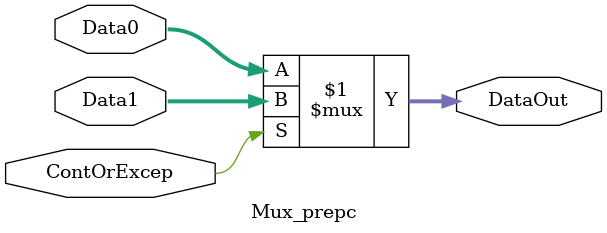
<source format=v>
module Mux_prepc (
    input wire ContOrExcep,
    input wire[31:0] Data0,
    input wire[31:0] Data1,
    output wire[31:0] DataOut
);

    assign DataOut = (ContOrExcep) ? Data1 : Data0;
    
endmodule
</source>
